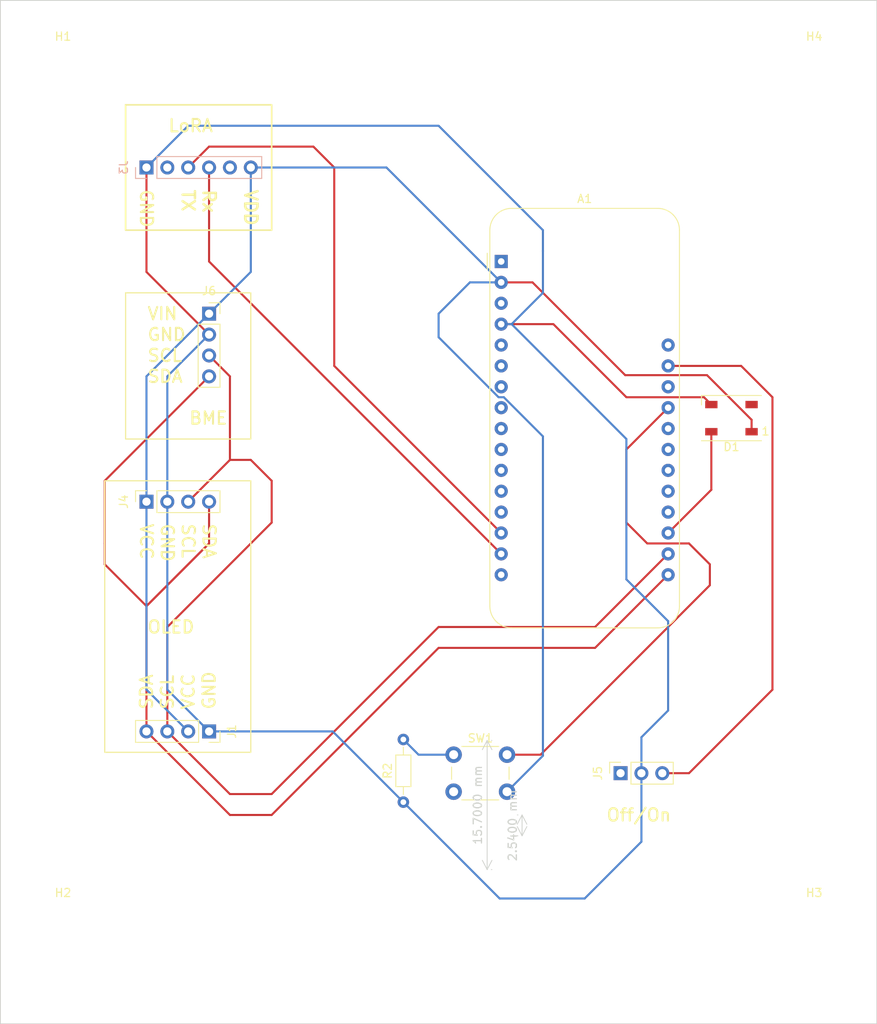
<source format=kicad_pcb>
(kicad_pcb (version 20221018) (generator pcbnew)
  (layers (0 "F.Cu" signal) (31 "B.Cu" signal) (34 "B.Paste" user) (35 "F.Paste" user) (36 "B.SilkS" user "B.Silkscreen") (37 "F.SilkS" user "F.Silkscreen") (38 "B.Mask" user) (39 "F.Mask" user) (44 "Edge.Cuts" user))
  (net 0 "")
  (net 2 "Net-(A1-3V3)")
  (net 12 "Net-(A1-TX)")
  (net 14 "Net-(A1-SCL)")
  (net 16 "Net-(A1-EN)")
  (net 21 "Net-(A1-RX)")
  (net 22 "Net-(A1-GND)")
  (net 27 "Net-(A1-D0)")
  (net 31 "Net-(A1-D6)")
  (net 32 "Net-(A1-SDA)")
  (footprint "Module:Adafruit_Feather" (layer "F.Cu") (at 121.92 73.66)
    (fp_text reference "A1" (at 10.16 -7.62) (layer "F.SilkS"))
    (fp_text value "Adafruit_Feather_Generic")
    (fp_line (start -1.7 1) (end -1.7 -1) (stroke (width 0.12)) (layer "F.SilkS"))
    (fp_line (start -1.38 -3.81) (end -1.38 41.91) (stroke (width 0.12)) (layer "F.SilkS"))
    (fp_line (start 19.05 -6.46) (end 1.27 -6.46) (stroke (width 0.12)) (layer "F.SilkS"))
    (fp_line (start 19.05 44.56) (end 1.27 44.56) (stroke (width 0.12)) (layer "F.SilkS"))
    (fp_line (start 21.7 -3.81) (end 21.7 41.91) (stroke (width 0.12)) (layer "F.SilkS"))
    (fp_arc (start -1.38 -3.81) (mid -0.603833 -5.683833) (end 1.27 -6.46) (stroke (width 0.12)) (layer "F.SilkS"))
    (fp_arc (start 1.27 44.56) (mid -0.603833 43.783833) (end -1.38 41.91) (stroke (width 0.12)) (layer "F.SilkS"))
    (fp_arc (start 19.05 -6.46) (mid 20.923833 -5.683833) (end 21.7 -3.81) (stroke (width 0.12)) (layer "F.SilkS"))
    (fp_arc (start 21.7 41.91) (mid 20.923833 43.783833) (end 19.05 44.56) (stroke (width 0.12)) (layer "F.SilkS"))
    (pad "1" thru_hole rect (at 0 0 180) (size 1.6 1.6) (drill 0.8) (layers "*.Cu" "*.Mask"))
    (pad "2" thru_hole circle (at 0 2.54 180) (size 1.6 1.6) (drill 0.8) (layers "*.Cu" "*.Mask") (net 2 "Net-(A1-3V3)"))
    (pad "3" thru_hole circle (at 0 5.08 180) (size 1.6 1.6) (drill 0.8) (layers "*.Cu" "*.Mask"))
    (pad "4" thru_hole circle (at 0 7.62 180) (size 1.6 1.6) (drill 0.8) (layers "*.Cu" "*.Mask") (net 22 "Net-(A1-GND)"))
    (pad "5" thru_hole circle (at 0 10.16 180) (size 1.6 1.6) (drill 0.8) (layers "*.Cu" "*.Mask"))
    (pad "6" thru_hole circle (at 0 12.7 180) (size 1.6 1.6) (drill 0.8) (layers "*.Cu" "*.Mask"))
    (pad "7" thru_hole circle (at 0 15.24 180) (size 1.6 1.6) (drill 0.8) (layers "*.Cu" "*.Mask"))
    (pad "8" thru_hole circle (at 0 17.78 180) (size 1.6 1.6) (drill 0.8) (layers "*.Cu" "*.Mask"))
    (pad "9" thru_hole circle (at 0 20.32 180) (size 1.6 1.6) (drill 0.8) (layers "*.Cu" "*.Mask"))
    (pad "10" thru_hole circle (at 0 22.86 180) (size 1.6 1.6) (drill 0.8) (layers "*.Cu" "*.Mask"))
    (pad "11" thru_hole circle (at 0 25.4 180) (size 1.6 1.6) (drill 0.8) (layers "*.Cu" "*.Mask"))
    (pad "12" thru_hole circle (at 0 27.94 180) (size 1.6 1.6) (drill 0.8) (layers "*.Cu" "*.Mask"))
    (pad "13" thru_hole circle (at 0 30.48 180) (size 1.6 1.6) (drill 0.8) (layers "*.Cu" "*.Mask"))
    (pad "14" thru_hole circle (at 0 33.02 180) (size 1.6 1.6) (drill 0.8) (layers "*.Cu" "*.Mask") (net 21 "Net-(A1-RX)"))
    (pad "15" thru_hole circle (at 0 35.56 180) (size 1.6 1.6) (drill 0.8) (layers "*.Cu" "*.Mask") (net 12 "Net-(A1-TX)"))
    (pad "16" thru_hole circle (at 0 38.1 180) (size 1.6 1.6) (drill 0.8) (layers "*.Cu" "*.Mask"))
    (pad "17" thru_hole circle (at 20.32 38.1 180) (size 1.6 1.6) (drill 0.8) (layers "*.Cu" "*.Mask") (net 32 "Net-(A1-SDA)"))
    (pad "18" thru_hole circle (at 20.32 35.56 180) (size 1.6 1.6) (drill 0.8) (layers "*.Cu" "*.Mask") (net 14 "Net-(A1-SCL)"))
    (pad "19" thru_hole circle (at 20.32 33.02 180) (size 1.6 1.6) (drill 0.8) (layers "*.Cu" "*.Mask") (net 27 "Net-(A1-D0)"))
    (pad "20" thru_hole circle (at 20.32 30.48 180) (size 1.6 1.6) (drill 0.8) (layers "*.Cu" "*.Mask"))
    (pad "21" thru_hole circle (at 20.32 27.94 180) (size 1.6 1.6) (drill 0.8) (layers "*.Cu" "*.Mask"))
    (pad "22" thru_hole circle (at 20.32 25.4 180) (size 1.6 1.6) (drill 0.8) (layers "*.Cu" "*.Mask"))
    (pad "23" thru_hole circle (at 20.32 22.86 180) (size 1.6 1.6) (drill 0.8) (layers "*.Cu" "*.Mask"))
    (pad "24" thru_hole circle (at 20.32 20.32 180) (size 1.6 1.6) (drill 0.8) (layers "*.Cu" "*.Mask"))
    (pad "25" thru_hole circle (at 20.32 17.78 180) (size 1.6 1.6) (drill 0.8) (layers "*.Cu" "*.Mask") (net 31 "Net-(A1-D6)"))
    (pad "26" thru_hole circle (at 20.32 15.24 180) (size 1.6 1.6) (drill 0.8) (layers "*.Cu" "*.Mask"))
    (pad "27" thru_hole circle (at 20.32 12.7 180) (size 1.6 1.6) (drill 0.8) (layers "*.Cu" "*.Mask") (net 16 "Net-(A1-EN)"))
    (pad "28" thru_hole circle (at 20.32 10.16 180) (size 1.6 1.6) (drill 0.8) (layers "*.Cu" "*.Mask"))
  )
  (footprint "Connector_PinSocket_2.54mm:PinSocket_1x04_P2.54mm_Vertical" (layer "F.Cu") (at 86.36 130.81 -90)
    (fp_text reference "J1" (at 0 -2.77 -90) (layer "F.SilkS"))
    (fp_text value "OLED_B")
    (fp_line (start -1.33 1.27) (end -1.33 8.95) (stroke (width 0.12)) (layer "F.SilkS"))
    (fp_line (start -1.33 1.27) (end 1.33 1.27) (stroke (width 0.12)) (layer "F.SilkS"))
    (fp_line (start -1.33 8.95) (end 1.33 8.95) (stroke (width 0.12)) (layer "F.SilkS"))
    (fp_line (start 0 -1.33) (end 1.33 -1.33) (stroke (width 0.12)) (layer "F.SilkS"))
    (fp_line (start 1.33 -1.33) (end 1.33 0) (stroke (width 0.12)) (layer "F.SilkS"))
    (fp_line (start 1.33 1.27) (end 1.33 8.95) (stroke (width 0.12)) (layer "F.SilkS"))
    (pad "1" thru_hole rect (at 0 0 270) (size 1.7 1.7) (drill 1) (layers "*.Cu" "*.Mask") (net 22 "Net-(A1-GND)"))
    (pad "2" thru_hole oval (at 0 2.54 270) (size 1.7 1.7) (drill 1) (layers "*.Cu" "*.Mask") (net 2 "Net-(A1-3V3)"))
    (pad "3" thru_hole oval (at 0 5.08 270) (size 1.7 1.7) (drill 1) (layers "*.Cu" "*.Mask") (net 14 "Net-(A1-SCL)"))
    (pad "4" thru_hole oval (at 0 7.62 270) (size 1.7 1.7) (drill 1) (layers "*.Cu" "*.Mask") (net 32 "Net-(A1-SDA)"))
  )
  (footprint "MountingHole:MountingHole_3.5mm" (layer "F.Cu") (at 68.58 154.94)
    (fp_text reference "H2" (at 0 -4.5) (layer "F.SilkS"))
    (fp_text value "MountingHole")
    (pad "" np_thru_hole circle (at 0 0) (size 3.5 3.5) (drill 3.5) (layers "*.Cu" "*.Mask"))
  )
  (footprint "Connector_PinSocket_2.54mm:PinSocket_1x04_P2.54mm_Vertical" (layer "F.Cu") (at 86.36 80.01)
    (fp_text reference "J6" (at 0 -2.77) (layer "F.SilkS"))
    (fp_text value "BME")
    (fp_line (start -1.33 1.27) (end -1.33 8.95) (stroke (width 0.12)) (layer "F.SilkS"))
    (fp_line (start -1.33 1.27) (end 1.33 1.27) (stroke (width 0.12)) (layer "F.SilkS"))
    (fp_line (start -1.33 8.95) (end 1.33 8.95) (stroke (width 0.12)) (layer "F.SilkS"))
    (fp_line (start 0 -1.33) (end 1.33 -1.33) (stroke (width 0.12)) (layer "F.SilkS"))
    (fp_line (start 1.33 -1.33) (end 1.33 0) (stroke (width 0.12)) (layer "F.SilkS"))
    (fp_line (start 1.33 1.27) (end 1.33 8.95) (stroke (width 0.12)) (layer "F.SilkS"))
    (pad "1" thru_hole rect (at 0 0) (size 1.7 1.7) (drill 1) (layers "*.Cu" "*.Mask") (net 2 "Net-(A1-3V3)"))
    (pad "2" thru_hole oval (at 0 2.54) (size 1.7 1.7) (drill 1) (layers "*.Cu" "*.Mask") (net 22 "Net-(A1-GND)"))
    (pad "3" thru_hole oval (at 0 5.08) (size 1.7 1.7) (drill 1) (layers "*.Cu" "*.Mask") (net 14 "Net-(A1-SCL)"))
    (pad "4" thru_hole oval (at 0 7.62) (size 1.7 1.7) (drill 1) (layers "*.Cu" "*.Mask") (net 32 "Net-(A1-SDA)"))
  )
  (footprint "Connector_PinSocket_2.54mm:PinSocket_1x04_P2.54mm_Vertical" (layer "F.Cu") (at 78.74 102.87 90)
    (fp_text reference "J4" (at 0 -2.77 90) (layer "F.SilkS"))
    (fp_text value "OLED")
    (fp_line (start -1.33 1.27) (end -1.33 8.95) (stroke (width 0.12)) (layer "F.SilkS"))
    (fp_line (start -1.33 1.27) (end 1.33 1.27) (stroke (width 0.12)) (layer "F.SilkS"))
    (fp_line (start -1.33 8.95) (end 1.33 8.95) (stroke (width 0.12)) (layer "F.SilkS"))
    (fp_line (start 0 -1.33) (end 1.33 -1.33) (stroke (width 0.12)) (layer "F.SilkS"))
    (fp_line (start 1.33 -1.33) (end 1.33 0) (stroke (width 0.12)) (layer "F.SilkS"))
    (fp_line (start 1.33 1.27) (end 1.33 8.95) (stroke (width 0.12)) (layer "F.SilkS"))
    (pad "1" thru_hole rect (at 0 0 90) (size 1.7 1.7) (drill 1) (layers "*.Cu" "*.Mask") (net 2 "Net-(A1-3V3)"))
    (pad "2" thru_hole oval (at 0 2.54 90) (size 1.7 1.7) (drill 1) (layers "*.Cu" "*.Mask") (net 22 "Net-(A1-GND)"))
    (pad "3" thru_hole oval (at 0 5.08 90) (size 1.7 1.7) (drill 1) (layers "*.Cu" "*.Mask") (net 14 "Net-(A1-SCL)"))
    (pad "4" thru_hole oval (at 0 7.62 90) (size 1.7 1.7) (drill 1) (layers "*.Cu" "*.Mask") (net 32 "Net-(A1-SDA)"))
  )
  (footprint "Resistor_THT:R_Axial_DIN0204_L3.6mm_D1.6mm_P7.62mm_Horizontal" (layer "F.Cu") (at 110.01 139.41 90)
    (fp_text reference "R2" (at 3.81 -1.92 90) (layer "F.SilkS"))
    (fp_text value "R")
    (fp_line (start 0.94 0) (end 1.89 0) (stroke (width 0.12)) (layer "F.SilkS"))
    (fp_line (start 1.89 -0.92) (end 1.89 0.92) (stroke (width 0.12)) (layer "F.SilkS"))
    (fp_line (start 1.89 0.92) (end 5.73 0.92) (stroke (width 0.12)) (layer "F.SilkS"))
    (fp_line (start 5.73 -0.92) (end 1.89 -0.92) (stroke (width 0.12)) (layer "F.SilkS"))
    (fp_line (start 5.73 0.92) (end 5.73 -0.92) (stroke (width 0.12)) (layer "F.SilkS"))
    (fp_line (start 6.68 0) (end 5.73 0) (stroke (width 0.12)) (layer "F.SilkS"))
    (pad "1" thru_hole circle (at 0 0 90) (size 1.4 1.4) (drill 0.7) (layers "*.Cu" "*.Mask") (net 22 "Net-(A1-GND)"))
    (pad "2" thru_hole oval (at 7.62 0 90) (size 1.4 1.4) (drill 0.7) (layers "*.Cu" "*.Mask") (net 31 "Net-(A1-D6)"))
  )
  (footprint "MountingHole:MountingHole_3.5mm" (layer "F.Cu") (at 68.58 50.8)
    (fp_text reference "H1" (at 0 -4.5) (layer "F.SilkS"))
    (fp_text value "MountingHole")
    (pad "" np_thru_hole circle (at 0 0) (size 3.5 3.5) (drill 3.5) (layers "*.Cu" "*.Mask"))
  )
  (footprint "Button_Switch_THT:SW_PUSH_6mm" (layer "F.Cu") (at 116.13 133.64)
    (fp_text reference "SW1" (at 3.25 -2) (layer "F.SilkS"))
    (fp_text value "SW_Push")
    (fp_line (start -0.25 1.5) (end -0.25 3) (stroke (width 0.12)) (layer "F.SilkS"))
    (fp_line (start 1 5.5) (end 5.5 5.5) (stroke (width 0.12)) (layer "F.SilkS"))
    (fp_line (start 5.5 -1) (end 1 -1) (stroke (width 0.12)) (layer "F.SilkS"))
    (fp_line (start 6.75 3) (end 6.75 1.5) (stroke (width 0.12)) (layer "F.SilkS"))
    (pad "1" thru_hole circle (at 0 0 90) (size 2 2) (drill 1.1) (layers "*.Cu" "*.Mask") (net 31 "Net-(A1-D6)"))
    (pad "1" thru_hole circle (at 6.5 0 90) (size 2 2) (drill 1.1) (layers "*.Cu" "*.Mask") (net 31 "Net-(A1-D6)"))
    (pad "2" thru_hole circle (at 0 4.5 90) (size 2 2) (drill 1.1) (layers "*.Cu" "*.Mask") (net 2 "Net-(A1-3V3)"))
    (pad "2" thru_hole circle (at 6.5 4.5 90) (size 2 2) (drill 1.1) (layers "*.Cu" "*.Mask") (net 2 "Net-(A1-3V3)"))
  )
  (footprint "MountingHole:MountingHole_3.5mm" (layer "F.Cu") (at 160.02 50.8)
    (fp_text reference "H4" (at 0 -4.5) (layer "F.SilkS"))
    (fp_text value "MountingHole")
    (pad "" np_thru_hole circle (at 0 0) (size 3.5 3.5) (drill 3.5) (layers "*.Cu" "*.Mask"))
  )
  (footprint "Connector_PinSocket_2.54mm:PinSocket_1x03_P2.54mm_Vertical" (layer "F.Cu") (at 136.45 135.89 90)
    (fp_text reference "J5" (at 0 -2.77 90) (layer "F.SilkS"))
    (fp_text value "On/Off switch")
    (fp_line (start -1.33 1.27) (end -1.33 6.41) (stroke (width 0.12)) (layer "F.SilkS"))
    (fp_line (start -1.33 1.27) (end 1.33 1.27) (stroke (width 0.12)) (layer "F.SilkS"))
    (fp_line (start -1.33 6.41) (end 1.33 6.41) (stroke (width 0.12)) (layer "F.SilkS"))
    (fp_line (start 0 -1.33) (end 1.33 -1.33) (stroke (width 0.12)) (layer "F.SilkS"))
    (fp_line (start 1.33 -1.33) (end 1.33 0) (stroke (width 0.12)) (layer "F.SilkS"))
    (fp_line (start 1.33 1.27) (end 1.33 6.41) (stroke (width 0.12)) (layer "F.SilkS"))
    (pad "1" thru_hole rect (at 0 0 90) (size 1.7 1.7) (drill 1) (layers "*.Cu" "*.Mask"))
    (pad "2" thru_hole oval (at 0 2.54 90) (size 1.7 1.7) (drill 1) (layers "*.Cu" "*.Mask") (net 22 "Net-(A1-GND)"))
    (pad "3" thru_hole oval (at 0 5.08 90) (size 1.7 1.7) (drill 1) (layers "*.Cu" "*.Mask") (net 16 "Net-(A1-EN)"))
  )
  (footprint "MountingHole:MountingHole_3.5mm" (layer "F.Cu") (at 160.02 154.94)
    (fp_text reference "H3" (at 0 -4.5) (layer "F.SilkS"))
    (fp_text value "MountingHole")
    (pad "" np_thru_hole circle (at 0 0) (size 3.5 3.5) (drill 3.5) (layers "*.Cu" "*.Mask"))
  )
  (footprint "LED_SMD:LED_WS2812B_PLCC4_5.0x5.0mm_P3.2mm" (layer "F.Cu") (at 149.95 92.71 180)
    (fp_text reference "D1" (at 0 -3.5) (layer "F.SilkS"))
    (fp_text value "WS2812B")
    (fp_text user "1" (at -4.15 -1.6) (layer "F.SilkS"))
    (fp_line (start -3.65 -2.75) (end 3.65 -2.75) (stroke (width 0.12)) (layer "F.SilkS"))
    (fp_line (start -3.65 2.75) (end 3.65 2.75) (stroke (width 0.12)) (layer "F.SilkS"))
    (fp_line (start 3.65 2.75) (end 3.65 1.6) (stroke (width 0.12)) (layer "F.SilkS"))
    (pad "1" smd rect (at -2.45 -1.65 180) (size 1.5 0.9) (layers "F.Cu" "F.Paste" "F.Mask") (net 2 "Net-(A1-3V3)"))
    (pad "2" smd rect (at -2.45 1.65 180) (size 1.5 0.9) (layers "F.Cu" "F.Paste" "F.Mask"))
    (pad "3" smd rect (at 2.45 1.65 180) (size 1.5 0.9) (layers "F.Cu" "F.Paste" "F.Mask") (net 22 "Net-(A1-GND)"))
    (pad "4" smd rect (at 2.45 -1.65 180) (size 1.5 0.9) (layers "F.Cu" "F.Paste" "F.Mask") (net 27 "Net-(A1-D0)"))
  )
  (footprint "Connector_PinSocket_2.54mm:PinSocket_1x06_P2.54mm_Vertical" (layer "B.Cu") (at 78.74 62.23 -90)
    (fp_text reference "J3" (at 0 2.77 90) (layer "B.SilkS") (effects (justify mirror)))
    (fp_text value "Lora")
    (fp_line (start -1.33 -14.03) (end 1.33 -14.03) (stroke (width 0.12)) (layer "B.SilkS"))
    (fp_line (start -1.33 -1.27) (end -1.33 -14.03) (stroke (width 0.12)) (layer "B.SilkS"))
    (fp_line (start -1.33 -1.27) (end 1.33 -1.27) (stroke (width 0.12)) (layer "B.SilkS"))
    (fp_line (start 0 1.33) (end 1.33 1.33) (stroke (width 0.12)) (layer "B.SilkS"))
    (fp_line (start 1.33 -1.27) (end 1.33 -14.03) (stroke (width 0.12)) (layer "B.SilkS"))
    (fp_line (start 1.33 1.33) (end 1.33 0) (stroke (width 0.12)) (layer "B.SilkS"))
    (pad "1" thru_hole rect (at 0 0 270) (size 1.7 1.7) (drill 1) (layers "*.Cu" "*.Mask") (net 22 "Net-(A1-GND)"))
    (pad "2" thru_hole oval (at 0 -2.54 270) (size 1.7 1.7) (drill 1) (layers "*.Cu" "*.Mask"))
    (pad "3" thru_hole oval (at 0 -5.08 270) (size 1.7 1.7) (drill 1) (layers "*.Cu" "*.Mask") (net 21 "Net-(A1-RX)"))
    (pad "4" thru_hole oval (at 0 -7.62 270) (size 1.7 1.7) (drill 1) (layers "*.Cu" "*.Mask") (net 12 "Net-(A1-TX)"))
    (pad "5" thru_hole oval (at 0 -10.16 270) (size 1.7 1.7) (drill 1) (layers "*.Cu" "*.Mask"))
    (pad "6" thru_hole oval (at 0 -12.7 270) (size 1.7 1.7) (drill 1) (layers "*.Cu" "*.Mask") (net 2 "Net-(A1-3V3)"))
  )
  (gr_rect (start 73.66 100.33) (end 91.44 133.35) (stroke (width 0.15)) (fill none) (layer "F.SilkS"))
  (gr_rect (start 76.2 54.61) (end 93.98 69.85) (stroke (width 0.2)) (fill none) (layer "F.SilkS"))
  (gr_rect (start 76.2 77.47) (end 91.44 95.25) (stroke (width 0.15)) (fill none) (layer "F.SilkS"))
  (gr_rect (start 60.96 41.91) (end 167.64 166.37) (stroke (width 0.1)) (fill none) (layer "Edge.Cuts"))
  (gr_text "BME" (at 83.82 92.71) (layer "F.SilkS") (effects (font (size 1.5 1.5) (thickness 0.25) bold) (justify left)))
  (gr_text "GND" (at 78.74 82.55) (layer "F.SilkS") (effects (font (size 1.5 1.5) (thickness 0.25) bold) (justify left)))
  (gr_text "TX" (at 83.82 64.77 270) (layer "F.SilkS") (effects (font (size 1.5 1.5) (thickness 0.3) bold) (justify left)))
  (gr_text "GND" (at 81.28 105.41 -90) (layer "F.SilkS") (effects (font (size 1.5 1.5) (thickness 0.25) bold) (justify left)))
  (gr_text "SCL" (at 83.82 105.41 -90) (layer "F.SilkS") (effects (font (size 1.5 1.5) (thickness 0.25) bold) (justify left)))
  (gr_text "VCC" (at 83.82 128.27 90) (layer "F.SilkS") (effects (font (size 1.5 1.5) (thickness 0.25) bold) (justify left)))
  (gr_text "VCC" (at 78.74 105.41 -90) (layer "F.SilkS") (effects (font (size 1.5 1.5) (thickness 0.25) bold) (justify left)))
  (gr_text "SDA" (at 78.74 128.27 90) (layer "F.SilkS") (effects (font (size 1.5 1.5) (thickness 0.25) bold) (justify left)))
  (gr_text "SCL" (at 78.74 85.09) (layer "F.SilkS") (effects (font (size 1.5 1.5) (thickness 0.25) bold) (justify left)))
  (gr_text "GND" (at 78.74 64.77 270) (layer "F.SilkS") (effects (font (size 1.5 1.5) (thickness 0.25) bold) (justify left)))
  (gr_text "LoRA" (at 81.28 57.15) (layer "F.SilkS") (effects (font (size 1.5 1.5) (thickness 0.25) bold) (justify left)))
  (gr_text "SCL" (at 81.28 128.27 90) (layer "F.SilkS") (effects (font (size 1.5 1.5) (thickness 0.25) bold) (justify left)))
  (gr_text "VIN" (at 78.74 80.01) (layer "F.SilkS") (effects (font (size 1.5 1.5) (thickness 0.25) bold) (justify left)))
  (gr_text "Off/On" (at 134.62 140.97) (layer "F.SilkS") (effects (font (size 1.5 1.5) (thickness 0.25) bold) (justify left)))
  (gr_text "Rx" (at 86.36 64.77 270) (layer "F.SilkS") (effects (font (size 1.5 1.5) (thickness 0.3) bold) (justify left)))
  (gr_text "VDD" (at 91.44 64.77 -90) (layer "F.SilkS") (effects (font (size 1.5 1.5) (thickness 0.3) bold) (justify left)))
  (gr_text "OLED" (at 78.74 118.11) (layer "F.SilkS") (effects (font (size 1.5 1.5) (thickness 0.25) bold) (justify left)))
  (gr_text "GND" (at 86.36 128.27 90) (layer "F.SilkS") (effects (font (size 1.5 1.5) (thickness 0.25) bold) (justify left)))
  (gr_text "SDA" (at 78.74 87.63) (layer "F.SilkS") (effects (font (size 1.5 1.5) (thickness 0.25) bold) (justify left)))
  (gr_text "SDA" (at 86.36 105.41 -90) (layer "F.SilkS") (effects (font (size 1.5 1.5) (thickness 0.25) bold) (justify left)))
  (dimension (type aligned) (layer "Edge.Cuts") (pts (xy 120.21 131.91) (xy 120.21 147.61)) (height 0) (gr_text "15.7000 mm" (at 119.06 139.76 90) (layer "Edge.Cuts") (effects (font (size 1 1) (thickness 0.15)))) (format (prefix "") (suffix "") (units 3) (units_format 1) (precision 4)) (style (thickness 0.1) (arrow_length 1.27) (text_position_mode 0) (extension_height 0.58642) (extension_offset 0.5) keep_text_aligned))
  (dimension (type aligned) (layer "Edge.Cuts") (pts (xy 124.46 143.51) (xy 124.46 140.97)) (height 0) (gr_text "2.5400 mm" (at 123.31 142.24 90) (layer "Edge.Cuts") (effects (font (size 1 1) (thickness 0.15)))) (format (prefix "") (suffix "") (units 3) (units_format 1) (precision 4)) (style (thickness 0.1) (arrow_length 1.27) (text_position_mode 0) (extension_height 0.58642) (extension_offset 0.5) keep_text_aligned))
  (segment (start 152.4 92.91) (end 146.975 87.485) (width 0.25) (layer "F.Cu") (net 2))
  (segment (start 125.73 76.2) (end 121.92 76.2) (width 0.25) (layer "F.Cu") (net 2))
  (segment (start 152.4 94.36) (end 152.4 92.91) (width 0.25) (layer "F.Cu") (net 2))
  (segment (start 137.015 87.485) (end 125.73 76.2) (width 0.25) (layer "F.Cu") (net 2))
  (segment (start 146.975 87.485) (end 137.015 87.485) (width 0.25) (layer "F.Cu") (net 2))
  (segment (start 107.95 62.23) (end 121.92 76.2) (width 0.25) (layer "B.Cu") (net 2))
  (segment (start 78.74 87.63) (end 86.36 80.01) (width 0.25) (layer "B.Cu") (net 2))
  (segment (start 78.74 102.87) (end 78.74 87.63) (width 0.25) (layer "B.Cu") (net 2))
  (segment (start 91.44 74.93) (end 86.36 80.01) (width 0.25) (layer "B.Cu") (net 2))
  (segment (start 91.44 62.23) (end 107.95 62.23) (width 0.25) (layer "B.Cu") (net 2))
  (segment (start 114.3 82.870991) (end 114.3 80.01) (width 0.25) (layer "B.Cu") (net 2))
  (segment (start 127 94.929009) (end 122.240991 90.17) (width 0.25) (layer "B.Cu") (net 2))
  (segment (start 127 133.77) (end 127 94.929009) (width 0.25) (layer "B.Cu") (net 2))
  (segment (start 78.74 125.73) (end 83.82 130.81) (width 0.25) (layer "B.Cu") (net 2))
  (segment (start 114.3 80.01) (end 118.11 76.2) (width 0.25) (layer "B.Cu") (net 2))
  (segment (start 121.599009 90.17) (end 114.3 82.870991) (width 0.25) (layer "B.Cu") (net 2))
  (segment (start 91.44 62.23) (end 91.44 74.93) (width 0.25) (layer "B.Cu") (net 2))
  (segment (start 78.74 102.87) (end 78.74 125.73) (width 0.25) (layer "B.Cu") (net 2))
  (segment (start 122.63 138.14) (end 127 133.77) (width 0.25) (layer "B.Cu") (net 2))
  (segment (start 122.240991 90.17) (end 121.599009 90.17) (width 0.25) (layer "B.Cu") (net 2))
  (segment (start 118.11 76.2) (end 121.92 76.2) (width 0.25) (layer "B.Cu") (net 2))
  (segment (start 86.36 73.66) (end 86.36 62.23) (width 0.25) (layer "F.Cu") (net 12))
  (segment (start 121.92 109.22) (end 86.36 73.66) (width 0.25) (layer "F.Cu") (net 12))
  (segment (start 88.9 138.43) (end 93.98 138.43) (width 0.25) (layer "F.Cu") (net 14))
  (segment (start 86.36 85.09) (end 88.9 87.63) (width 0.25) (layer "F.Cu") (net 14))
  (segment (start 91.44 97.79) (end 93.98 100.33) (width 0.25) (layer "F.Cu") (net 14))
  (segment (start 83.82 102.87) (end 88.9 97.79) (width 0.25) (layer "F.Cu") (net 14))
  (segment (start 114.3 118.11) (end 133.35 118.11) (width 0.25) (layer "F.Cu") (net 14))
  (segment (start 81.28 118.11) (end 81.28 130.81) (width 0.25) (layer "F.Cu") (net 14))
  (segment (start 133.35 118.11) (end 142.24 109.22) (width 0.25) (layer "F.Cu") (net 14))
  (segment (start 93.98 100.33) (end 93.98 105.41) (width 0.25) (layer "F.Cu") (net 14))
  (segment (start 93.98 105.41) (end 81.28 118.11) (width 0.25) (layer "F.Cu") (net 14))
  (segment (start 88.9 87.63) (end 88.9 97.79) (width 0.25) (layer "F.Cu") (net 14))
  (segment (start 93.98 138.43) (end 114.3 118.11) (width 0.25) (layer "F.Cu") (net 14))
  (segment (start 81.28 130.81) (end 88.9 138.43) (width 0.25) (layer "F.Cu") (net 14))
  (segment (start 88.9 97.79) (end 91.44 97.79) (width 0.25) (layer "F.Cu") (net 14))
  (segment (start 154.94 125.73) (end 154.94 90.17) (width 0.25) (layer "F.Cu") (net 16))
  (segment (start 151.13 86.36) (end 142.24 86.36) (width 0.25) (layer "F.Cu") (net 16))
  (segment (start 144.78 135.89) (end 154.94 125.73) (width 0.25) (layer "F.Cu") (net 16))
  (segment (start 154.94 90.17) (end 151.13 86.36) (width 0.25) (layer "F.Cu") (net 16))
  (segment (start 141.53 135.89) (end 144.78 135.89) (width 0.25) (layer "F.Cu") (net 16))
  (segment (start 101.6 62.23) (end 99.06 59.69) (width 0.25) (layer "F.Cu") (net 21))
  (segment (start 86.36 59.69) (end 84.138198 61.911802) (width 0.25) (layer "F.Cu") (net 21))
  (segment (start 99.06 59.69) (end 86.36 59.69) (width 0.25) (layer "F.Cu") (net 21))
  (segment (start 121.92 106.68) (end 101.6 86.36) (width 0.25) (layer "F.Cu") (net 21))
  (segment (start 101.6 86.36) (end 101.6 62.23) (width 0.25) (layer "F.Cu") (net 21))
  (segment (start 147.5 91.06) (end 146.61 90.17) (width 0.25) (layer "F.Cu") (net 22))
  (segment (start 78.74 74.93) (end 86.36 82.55) (width 0.25) (layer "F.Cu") (net 22))
  (segment (start 146.61 90.17) (end 137.16 90.17) (width 0.25) (layer "F.Cu") (net 22))
  (segment (start 78.74 62.23) (end 78.74 74.93) (width 0.25) (layer "F.Cu") (net 22))
  (segment (start 128.27 81.28) (end 121.92 81.28) (width 0.25) (layer "F.Cu") (net 22))
  (segment (start 137.16 90.17) (end 128.27 81.28) (width 0.25) (layer "F.Cu") (net 22))
  (segment (start 86.36 82.55) (end 81.28 87.63) (width 0.25) (layer "B.Cu") (net 22))
  (segment (start 121.73 151.13) (end 132.08 151.13) (width 0.25) (layer "B.Cu") (net 22))
  (segment (start 81.28 125.73) (end 86.36 130.81) (width 0.25) (layer "B.Cu") (net 22))
  (segment (start 138.99 135.89) (end 138.99 131.52) (width 0.25) (layer "B.Cu") (net 22))
  (segment (start 81.28 87.63) (end 81.28 102.87) (width 0.25) (layer "B.Cu") (net 22))
  (segment (start 127 77.47) (end 123.19 81.28) (width 0.25) (layer "B.Cu") (net 22))
  (segment (start 137.16 95.25) (end 132.08 90.17) (width 0.25) (layer "B.Cu") (net 22))
  (segment (start 132.08 151.13) (end 138.99 144.22) (width 0.25) (layer "B.Cu") (net 22))
  (segment (start 138.99 131.52) (end 142.24 128.27) (width 0.25) (layer "B.Cu") (net 22))
  (segment (start 127 72.39) (end 127 77.47) (width 0.25) (layer "B.Cu") (net 22))
  (segment (start 123.19 81.28) (end 121.92 81.28) (width 0.25) (layer "B.Cu") (net 22))
  (segment (start 81.28 102.87) (end 81.28 125.73) (width 0.25) (layer "B.Cu") (net 22))
  (segment (start 142.24 128.27) (end 142.24 117.4) (width 0.25) (layer "B.Cu") (net 22))
  (segment (start 101.41 130.81) (end 110.01 139.41) (width 0.25) (layer "B.Cu") (net 22))
  (segment (start 78.74 62.23) (end 83.82 57.15) (width 0.25) (layer "B.Cu") (net 22))
  (segment (start 138.99 144.22) (end 138.99 135.89) (width 0.25) (layer "B.Cu") (net 22))
  (segment (start 142.24 117.4) (end 137.16 112.32) (width 0.25) (layer "B.Cu") (net 22))
  (segment (start 114.3 57.15) (end 127 69.85) (width 0.25) (layer "B.Cu") (net 22))
  (segment (start 110.01 139.41) (end 121.73 151.13) (width 0.25) (layer "B.Cu") (net 22))
  (segment (start 132.08 90.17) (end 123.19 81.28) (width 0.25) (layer "B.Cu") (net 22))
  (segment (start 86.36 130.81) (end 101.41 130.81) (width 0.25) (layer "B.Cu") (net 22))
  (segment (start 83.82 57.15) (end 114.3 57.15) (width 0.25) (layer "B.Cu") (net 22))
  (segment (start 127 69.85) (end 127 72.39) (width 0.25) (layer "B.Cu") (net 22))
  (segment (start 137.16 112.32) (end 137.16 95.25) (width 0.25) (layer "B.Cu") (net 22))
  (segment (start 147.5 94.36) (end 147.5 101.42) (width 0.25) (layer "F.Cu") (net 27))
  (segment (start 147.5 101.42) (end 142.24 106.68) (width 0.25) (layer "F.Cu") (net 27))
  (segment (start 137.16 105.41) (end 137.16 96.52) (width 0.25) (layer "F.Cu") (net 31))
  (segment (start 126.71 133.64) (end 147.32 113.03) (width 0.25) (layer "F.Cu") (net 31))
  (segment (start 139.7 107.95) (end 137.16 105.41) (width 0.25) (layer "F.Cu") (net 31))
  (segment (start 147.32 110.49) (end 144.78 107.95) (width 0.25) (layer "F.Cu") (net 31))
  (segment (start 144.78 107.95) (end 139.7 107.95) (width 0.25) (layer "F.Cu") (net 31))
  (segment (start 137.16 96.52) (end 142.24 91.44) (width 0.25) (layer "F.Cu") (net 31))
  (segment (start 122.63 133.64) (end 126.71 133.64) (width 0.25) (layer "F.Cu") (net 31))
  (segment (start 147.32 113.03) (end 147.32 110.49) (width 0.25) (layer "F.Cu") (net 31))
  (segment (start 111.86 133.64) (end 116.13 133.64) (width 0.25) (layer "B.Cu") (net 31))
  (segment (start 110.01 131.79) (end 111.86 133.64) (width 0.25) (layer "B.Cu") (net 31))
  (segment (start 73.66 107.95) (end 73.66 110.49) (width 0.25) (layer "F.Cu") (net 32))
  (segment (start 88.9 140.97) (end 93.98 140.97) (width 0.25) (layer "F.Cu") (net 32))
  (segment (start 86.36 107.95) (end 86.36 102.87) (width 0.25) (layer "F.Cu") (net 32))
  (segment (start 114.3 120.65) (end 133.35 120.65) (width 0.25) (layer "F.Cu") (net 32))
  (segment (start 73.66 110.49) (end 78.74 115.57) (width 0.25) (layer "F.Cu") (net 32))
  (segment (start 81.28 113.03) (end 86.36 107.95) (width 0.25) (layer "F.Cu") (net 32))
  (segment (start 86.36 87.63) (end 73.66 100.33) (width 0.25) (layer "F.Cu") (net 32))
  (segment (start 78.74 115.57) (end 78.74 130.81) (width 0.25) (layer "F.Cu") (net 32))
  (segment (start 73.66 100.33) (end 73.66 107.95) (width 0.25) (layer "F.Cu") (net 32))
  (segment (start 86.36 107.95) (end 78.74 115.57) (width 0.25) (layer "F.Cu") (net 32))
  (segment (start 78.74 115.57) (end 81.28 113.03) (width 0.25) (layer "F.Cu") (net 32))
  (segment (start 93.98 140.97) (end 114.3 120.65) (width 0.25) (layer "F.Cu") (net 32))
  (segment (start 78.74 130.81) (end 88.9 140.97) (width 0.25) (layer "F.Cu") (net 32))
  (segment (start 133.35 120.65) (end 142.24 111.76) (width 0.25) (layer "F.Cu") (net 32))
)
</source>
